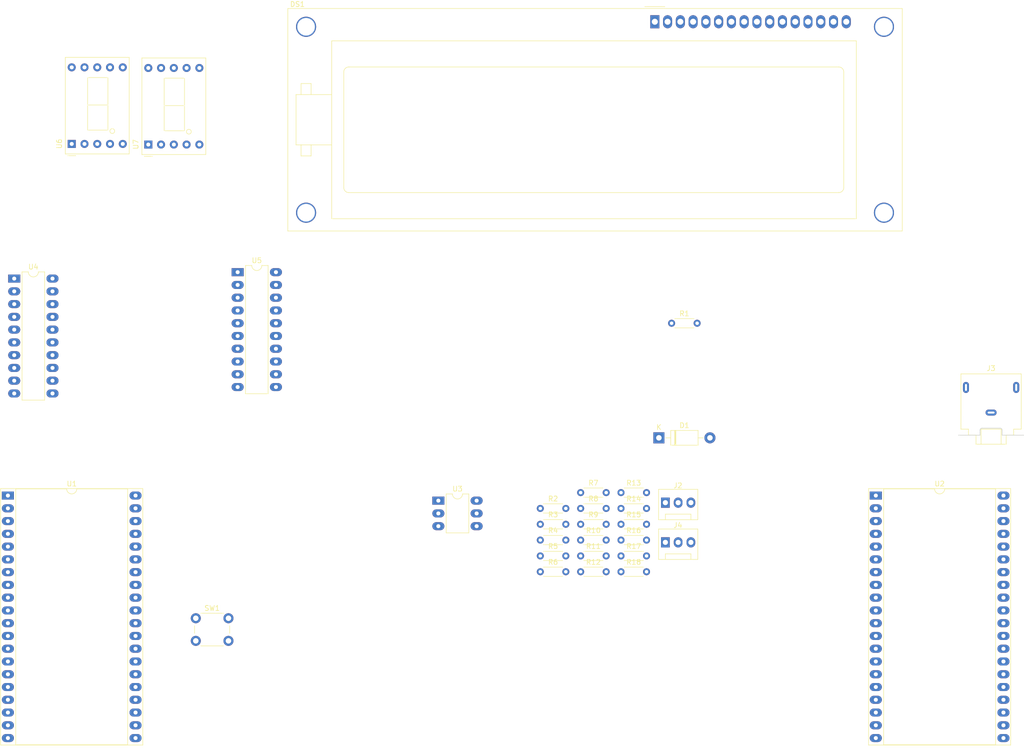
<source format=kicad_pcb>
(kicad_pcb (version 20221018) (generator pcbnew)
  (layers (0 "F.Cu" signal) (31 "B.Cu" signal) (34 "B.Paste" user) (35 "F.Paste" user) (36 "B.SilkS" user "B.Silkscreen") (37 "F.SilkS" user "F.Silkscreen") (38 "B.Mask" user) (39 "F.Mask" user) (44 "Edge.Cuts" user))
  (net 0 "")
  (net 1 "Net-(D1-K)")
  (net 2 "Net-(D1-A)")
  (net 3 "Earth")
  (net 4 "Net-(DS1-LEDA)")
  (net 5 "+3V3")
  (net 6 "Net-(DS1-Vo)")
  (net 7 "Net-(DS1-RS)")
  (net 8 "Net-(DS1-E)")
  (net 9 "/D0")
  (net 10 "/D1")
  (net 11 "/D2")
  (net 12 "/D3")
  (net 13 "/D4")
  (net 14 "/D5")
  (net 15 "/D6")
  (net 16 "/D7")
  (net 17 "/console (TX) 115200 baud 8-N-1")
  (net 18 "/MIDI in (RX) 115200 baud 8-N-1")
  (net 19 "Net-(J2-Pin_3)")
  (net 20 "Net-(U2-AUDIO_L)")
  (net 21 "Net-(U2-AUDIO_R)")
  (net 22 "Net-(J4-Pin_1)")
  (net 23 "Net-(J4-Pin_2)")
  (net 24 "Net-(J4-Pin_3)")
  (net 25 "Net-(J1-Pad4)")
  (net 26 "+5V")
  (net 27 "Net-(U6-A)")
  (net 28 "Net-(U4-O0)")
  (net 29 "Net-(U6-B)")
  (net 30 "Net-(U4-O1)")
  (net 31 "Net-(U6-C)")
  (net 32 "Net-(U4-O2)")
  (net 33 "Net-(U6-D)")
  (net 34 "Net-(U4-O3)")
  (net 35 "Net-(U6-E)")
  (net 36 "Net-(U4-O4)")
  (net 37 "Net-(U6-F)")
  (net 38 "Net-(U4-O5)")
  (net 39 "Net-(U6-G)")
  (net 40 "Net-(U4-O6)")
  (net 41 "Net-(U6-DP)")
  (net 42 "Net-(U4-O7)")
  (net 43 "Net-(U7-A)")
  (net 44 "Net-(U5-O0)")
  (net 45 "Net-(U7-B)")
  (net 46 "Net-(U5-O1)")
  (net 47 "Net-(U7-C)")
  (net 48 "Net-(U5-O2)")
  (net 49 "Net-(U7-D)")
  (net 50 "Net-(U5-O3)")
  (net 51 "Net-(U7-E)")
  (net 52 "Net-(U5-O4)")
  (net 53 "Net-(U7-F)")
  (net 54 "Net-(U5-O5)")
  (net 55 "Net-(U7-G)")
  (net 56 "Net-(U5-O6)")
  (net 57 "Net-(U7-DP)")
  (net 58 "Net-(U5-O7)")
  (net 59 "Net-(U1-GPIO2)")
  (net 60 "Net-(U1-GPIO3)")
  (net 62 "/31250 baud 8-N-1")
  (net 74 "/I2S SD")
  (net 75 "Net-(U1-RUN)")
  (net 76 "/12.568576 MHz")
  (net 77 "/49.096 KHz")
  (net 79 "/1.571072 MHz")
  (net 82 "Net-(U1-VSYS)")
  (net 84 "Net-(U4-Q5)")
  (net 85 "Net-(U4-Q4)")
  (net 86 "Net-(U4-Q2)")
  (net 87 "Net-(U4-Q1)")
  (net 88 "Net-(U4-Q0)")
  (net 89 "Net-(U4-Q6)")
  (net 90 "Net-(U4-Q7)")
  (net 91 "Net-(U4-Q3)")
  (net 92 "Net-(U8-Q5)")
  (net 93 "Net-(U8-Q4)")
  (net 94 "Net-(U8-Q2)")
  (net 95 "Net-(U8-Q1)")
  (net 96 "Net-(U8-Q0)")
  (net 97 "Net-(U8-Q6)")
  (net 98 "Net-(U4-DSA)")
  (net 99 "Net-(U8-Q3)")
  (footprint "Resistor_THT:R_Axial_DIN0204_L3.6mm_D1.6mm_P5.08mm_Horizontal" (layer "F.Cu") (at 193.04 88.9)
    (fp_text reference "R1" (at 2.54 -1.92) (layer "F.SilkS"))
    (fp_text value "220")
    (fp_line (start 0.62 -0.92) (end 4.46 -0.92) (stroke (width 0.12)) (layer "F.SilkS"))
    (fp_line (start 0.62 0.92) (end 4.46 0.92) (stroke (width 0.12)) (layer "F.SilkS"))
    (pad "1" thru_hole circle (at 0 0) (size 1.4 1.4) (drill 0.7) (layers "*.Cu" "*.Mask") (net 1 "Net-(D1-K)"))
    (pad "2" thru_hole oval (at 5.08 0) (size 1.4 1.4) (drill 0.7) (layers "*.Cu" "*.Mask") (net 25 "Net-(J1-Pad4)"))
  )
  (footprint "Resistor_THT:R_Axial_DIN0204_L3.6mm_D1.6mm_P5.08mm_Horizontal" (layer "F.Cu") (at 182.97 125.7575)
    (fp_text reference "R14" (at 2.54 -1.92) (layer "F.SilkS"))
    (fp_text value "330")
    (fp_line (start 0.62 -0.92) (end 4.46 -0.92) (stroke (width 0.12)) (layer "F.SilkS"))
    (fp_line (start 0.62 0.92) (end 4.46 0.92) (stroke (width 0.12)) (layer "F.SilkS"))
    (pad "1" thru_hole circle (at 0 0) (size 1.4 1.4) (drill 0.7) (layers "*.Cu" "*.Mask") (net 49 "Net-(U7-D)"))
    (pad "2" thru_hole oval (at 5.08 0) (size 1.4 1.4) (drill 0.7) (layers "*.Cu" "*.Mask") (net 95 "Net-(U8-Q1)"))
  )
  (footprint "Connector_Audio:Jack_3.5mm_CUI_SJ1-3523N_Horizontal" (layer "F.Cu") (at 256.62 106.68)
    (fp_text reference "J3" (at 0 -8.8) (layer "F.SilkS"))
    (fp_text value "Stereo line out")
    (fp_line (start -6 -7.7) (end 6 -7.7) (stroke (width 0.12)) (layer "F.SilkS"))
    (fp_line (start -6 3.3) (end -6 -7.7) (stroke (width 0.12)) (layer "F.SilkS"))
    (fp_line (start -4.5 3.3) (end -6 3.3) (stroke (width 0.12)) (layer "F.SilkS"))
    (fp_line (start -4.5 4.5) (end -4.5 3.3) (stroke (width 0.12)) (layer "F.SilkS"))
    (fp_line (start -3 4.5) (end -4.5 4.5) (stroke (width 0.12)) (layer "F.SilkS"))
    (fp_line (start -3 6.3) (end -3 4.5) (stroke (width 0.12)) (layer "F.SilkS"))
    (fp_line (start -2 3.3) (end -2 6.3) (stroke (width 0.12)) (layer "F.SilkS"))
    (fp_line (start 2 3.3) (end -2 3.3) (stroke (width 0.12)) (layer "F.SilkS"))
    (fp_line (start 2 6.3) (end 2 3.3) (stroke (width 0.12)) (layer "F.SilkS"))
    (fp_line (start 3 4.5) (end 3 6.3) (stroke (width 0.12)) (layer "F.SilkS"))
    (fp_line (start 3 6.3) (end -3 6.3) (stroke (width 0.12)) (layer "F.SilkS"))
    (fp_line (start 4.5 3.3) (end 4.5 4.5) (stroke (width 0.12)) (layer "F.SilkS"))
    (fp_line (start 4.5 4.5) (end 3 4.5) (stroke (width 0.12)) (layer "F.SilkS"))
    (fp_line (start 6 -7.7) (end 6 3.3) (stroke (width 0.12)) (layer "F.SilkS"))
    (fp_line (start 6 3.3) (end 4.5 3.3) (stroke (width 0.12)) (layer "F.SilkS"))
    (fp_line (start -2.2 3.5) (end -2.2 4.5) (stroke (width 0.12)) (layer "Edge.Cuts"))
    (fp_line (start -2.2 4.5) (end -6.5 4.5) (stroke (width 0.12)) (layer "Edge.Cuts"))
    (fp_line (start 1.8 3.1) (end -1.8 3.1) (stroke (width 0.12)) (layer "Edge.Cuts"))
    (fp_line (start 2.2 3.5) (end 2.2 4.5) (stroke (width 0.12)) (layer "Edge.Cuts"))
    (fp_line (start 2.2 4.5) (end 6.5 4.5) (stroke (width 0.12)) (layer "Edge.Cuts"))
    (fp_arc (start -2.2 3.5) (mid -2.082842 3.217158) (end -1.8 3.1) (stroke (width 0.12)) (layer "Edge.Cuts"))
    (fp_arc (start 1.8 3.1) (mid 2.082843 3.217157) (end 2.2 3.5) (stroke (width 0.12)) (layer "Edge.Cuts"))
    (pad "" np_thru_hole circle (at -5 0) (size 1.2 1.2) (drill 1.2) (layers "*.Cu"))
    (pad "" np_thru_hole circle (at -5 2.5) (size 1.2 1.2) (drill 1.2) (layers "*.Cu"))
    (pad "" np_thru_hole circle (at 0 -5) (size 1.2 1.2) (drill 1.2) (layers "*.Cu"))
    (pad "" np_thru_hole circle (at 5 0) (size 1.2 1.2) (drill 1.2) (layers "*.Cu"))
    (pad "" np_thru_hole circle (at 5 2.5) (size 1.2 1.2) (drill 1.2) (layers "*.Cu"))
    (pad "R" thru_hole oval (at -5 -5) (size 1.2 2.2) (drill oval 0.4 1.4) (layers "*.Cu" "*.Mask"))
    (pad "S" thru_hole oval (at 0 0) (size 2.2 1.2) (drill oval 1.4 0.4) (layers "*.Cu" "*.Mask") (net 20 "Net-(U2-AUDIO_L)"))
    (pad "T" thru_hole oval (at 5 -5 180) (size 1.2 2.2) (drill oval 0.4 1.4) (layers "*.Cu" "*.Mask") (net 21 "Net-(U2-AUDIO_R)"))
  )
  (footprint "Display:HY1602E" (layer "F.Cu") (at 189.7 28.9025)
    (fp_text reference "DS1" (at -71.12 -3.48) (layer "F.SilkS"))
    (fp_text value "HY1602E")
    (fp_line (start -73.04 -2.64) (end -73.04 41.64) (stroke (width 0.12)) (layer "F.SilkS"))
    (fp_line (start -73.04 -2.64) (end 49.24 -2.64) (stroke (width 0.12)) (layer "F.SilkS"))
    (fp_line (start -71.4 14.5) (end -64.3 14.5) (stroke (width 0.12)) (layer "F.SilkS"))
    (fp_line (start -71.4 24.5) (end -71.4 14.5) (stroke (width 0.12)) (layer "F.SilkS"))
    (fp_line (start -70.4 12.3) (end -70.4 14.5) (stroke (width 0.12)) (layer "F.SilkS"))
    (fp_line (start -70.4 26.7) (end -70.4 24.5) (stroke (width 0.12)) (layer "F.SilkS"))
    (fp_line (start -68.4 12.3) (end -70.4 12.3) (stroke (width 0.12)) (layer "F.SilkS"))
    (fp_line (start -68.4 14.5) (end -68.4 12.3) (stroke (width 0.12)) (layer "F.SilkS"))
    (fp_line (start -68.4 24.5) (end -68.4 26.7) (stroke (width 0.12)) (layer "F.SilkS"))
    (fp_line (start -68.4 26.7) (end -70.4 26.7) (stroke (width 0.12)) (layer "F.SilkS"))
    (fp_line (start -64.3 3.8) (end 40.1 3.8) (stroke (width 0.12)) (layer "F.SilkS"))
    (fp_line (start -64.3 24.5) (end -71.4 24.5) (stroke (width 0.12)) (layer "F.SilkS"))
    (fp_line (start -64.3 39.2) (end -64.3 3.8) (stroke (width 0.12)) (layer "F.SilkS"))
    (fp_line (start -61.9 33) (end -61.9 10) (stroke (width 0.12)) (layer "F.SilkS"))
    (fp_line (start -60.9 9) (end 36.6 9) (stroke (width 0.12)) (layer "F.SilkS"))
    (fp_line (start -2 -3) (end 2 -3) (stroke (width 0.12)) (layer "F.SilkS"))
    (fp_line (start 36.6 34) (end -60.9 34) (stroke (width 0.12)) (layer "F.SilkS"))
    (fp_line (start 37.6 10) (end 37.6 33) (stroke (width 0.12)) (layer "F.SilkS"))
    (fp_line (start 40.1 3.8) (end 40.1 39.2) (stroke (width 0.12)) (layer "F.SilkS"))
    (fp_line (start 40.1 39.2) (end -64.3 39.2) (stroke (width 0.12)) (layer "F.SilkS"))
    (fp_line (start 49.24 -2.64) (end 49.24 41.64) (stroke (width 0.12)) (layer "F.SilkS"))
    (fp_line (start 49.24 41.64) (end -73.04 41.64) (stroke (width 0.12)) (layer "F.SilkS"))
    (fp_arc (start -61.9 10) (mid -61.607107 9.292893) (end -60.9 9) (stroke (width 0.12)) (layer "F.SilkS"))
    (fp_arc (start -60.9 34) (mid -61.607107 33.707107) (end -61.9 33) (stroke (width 0.12)) (layer "F.SilkS"))
    (fp_arc (start 36.6 9) (mid 37.307107 9.292893) (end 37.6 10) (stroke (width 0.12)) (layer "F.SilkS"))
    (fp_arc (start 37.6 33) (mid 37.307107 33.707107) (end 36.6 34) (stroke (width 0.12)) (layer "F.SilkS"))
    (pad "" thru_hole circle (at -69.40042 1.00076 180) (size 4 4) (drill 3.5) (layers "*.Cu" "*.Mask"))
    (pad "" thru_hole circle (at -69.40042 38.00094 180) (size 4 4) (drill 3.5) (layers "*.Cu" "*.Mask"))
    (pad "" thru_hole circle (at 45.60062 1.00076 180) (size 4 4) (drill 3.5) (layers "*.Cu" "*.Mask"))
    (pad "" thru_hole circle (at 45.60062 38.00094 180) (size 4 4) (drill 3.5) (layers "*.Cu" "*.Mask"))
    (pad "1" thru_hole rect (at 0 0 180) (size 1.8 2.6) (drill 1.2) (layers "*.Cu" "*.Mask") (net 3 "Earth"))
    (pad "2" thru_hole oval (at 2.54 0 180) (size 1.8 2.6) (drill 1.2) (layers "*.Cu" "*.Mask") (net 26 "+5V"))
    (pad "3" thru_hole oval (at 5.08 0 180) (size 1.8 2.6) (drill 1.2) (layers "*.Cu" "*.Mask") (net 3 "Earth"))
    (pad "4" thru_hole oval (at 7.62 0 180) (size 1.8 2.6) (drill 1.2) (layers "*.Cu" "*.Mask") (net 26 "+5V"))
    (pad "5" thru_hole oval (at 10.16 0 180) (size 1.8 2.6) (drill 1.2) (layers "*.Cu" "*.Mask") (net 6 "Net-(DS1-Vo)"))
    (pad "6" thru_hole oval (at 12.7 0 180) (size 1.8 2.6) (drill 1.2) (layers "*.Cu" "*.Mask") (net 7 "Net-(DS1-RS)"))
    (pad "7" thru_hole oval (at 15.24 0 180) (size 1.8 2.6) (drill 1.2) (layers "*.Cu" "*.Mask") (net 3 "Earth"))
    (pad "8" thru_hole oval (at 17.78 0 180) (size 1.8 2.6) (drill 1.2) (layers "*.Cu" "*.Mask") (net 8 "Net-(DS1-E)"))
    (pad "9" thru_hole oval (at 20.32 0 180) (size 1.8 2.6) (drill 1.2) (layers "*.Cu" "*.Mask") (net 9 "/D0"))
    (pad "10" thru_hole oval (at 22.86 0 180) (size 1.8 2.6) (drill 1.2) (layers "*.Cu" "*.Mask") (net 10 "/D1"))
    (pad "11" thru_hole oval (at 25.4 0 180) (size 1.8 2.6) (drill 1.2) (layers "*.Cu" "*.Mask") (net 11 "/D2"))
    (pad "12" thru_hole oval (at 27.94 0 180) (size 1.8 2.6) (drill 1.2) (layers "*.Cu" "*.Mask") (net 12 "/D3"))
    (pad "13" thru_hole oval (at 30.48 0 180) (size 1.8 2.6) (drill 1.2) (layers "*.Cu" "*.Mask") (net 13 "/D4"))
    (pad "14" thru_hole oval (at 33.02 0 180) (size 1.8 2.6) (drill 1.2) (layers "*.Cu" "*.Mask") (net 14 "/D5"))
    (pad "15" thru_hole oval (at 35.56 0 180) (size 1.8 2.6) (drill 1.2) (layers "*.Cu" "*.Mask") (net 15 "/D6"))
    (pad "16" thru_hole oval (at 38.1 0 180) (size 1.8 2.6) (drill 1.2) (layers "*.Cu" "*.Mask") (net 16 "/D7"))
  )
  (footprint "Connector:FanPinHeader_1x03_P2.54mm_Vertical" (layer "F.Cu") (at 191.8 124.6075)
    (fp_text reference "J2" (at 2.5 -3.4) (layer "F.SilkS"))
    (fp_text value "Debug")
    (fp_line (start -1.35 -2.65) (end 6.45 -2.65) (stroke (width 0.12)) (layer "F.SilkS"))
    (fp_line (start -1.35 3.4) (end -1.35 -2.65) (stroke (width 0.12)) (layer "F.SilkS"))
    (fp_line (start 0 2.29) (end 5.08 2.29) (stroke (width 0.12)) (layer "F.SilkS"))
    (fp_line (start 0 3.3) (end 0 2.29) (stroke (width 0.12)) (layer "F.SilkS"))
    (fp_line (start 5.08 2.29) (end 5.08 3.3) (stroke (width 0.12)) (layer "F.SilkS"))
    (fp_line (start 6.45 -2.65) (end 6.45 3.4) (stroke (width 0.12)) (layer "F.SilkS"))
    (fp_line (start 6.45 3.4) (end -1.35 3.4) (stroke (width 0.12)) (layer "F.SilkS"))
    (pad "1" thru_hole rect (at 0 0 90) (size 2.03 1.73) (drill 1.02) (layers "*.Cu" "*.Mask") (net 17 "/console (TX) 115200 baud 8-N-1"))
    (pad "2" thru_hole oval (at 2.54 0 90) (size 2.03 1.73) (drill 1.02) (layers "*.Cu" "*.Mask") (net 18 "/MIDI in (RX) 115200 baud 8-N-1"))
    (pad "3" thru_hole oval (at 5.08 0 90) (size 2.03 1.73) (drill 1.02) (layers "*.Cu" "*.Mask") (net 19 "Net-(J2-Pin_3)"))
  )
  (footprint "Resistor_THT:R_Axial_DIN0204_L3.6mm_D1.6mm_P5.08mm_Horizontal" (layer "F.Cu") (at 182.97 132.0575)
    (fp_text reference "R16" (at 2.54 -1.92) (layer "F.SilkS"))
    (fp_text value "330")
    (fp_line (start 0.62 -0.92) (end 4.46 -0.92) (stroke (width 0.12)) (layer "F.SilkS"))
    (fp_line (start 0.62 0.92) (end 4.46 0.92) (stroke (width 0.12)) (layer "F.SilkS"))
    (pad "1" thru_hole circle (at 0 0) (size 1.4 1.4) (drill 0.7) (layers "*.Cu" "*.Mask") (net 53 "Net-(U7-F)"))
    (pad "2" thru_hole oval (at 5.08 0) (size 1.4 1.4) (drill 0.7) (layers "*.Cu" "*.Mask") (net 97 "Net-(U8-Q6)"))
  )
  (footprint "Package_DIP:DIP-20_W7.62mm_LongPads" (layer "F.Cu") (at 106.68 78.74)
    (fp_text reference "U5" (at 3.81 -2.33) (layer "F.SilkS"))
    (fp_text value "74HCT374")
    (fp_line (start 1.56 -1.33) (end 1.56 24.19) (stroke (width 0.12)) (layer "F.SilkS"))
    (fp_line (start 1.56 24.19) (end 6.06 24.19) (stroke (width 0.12)) (layer "F.SilkS"))
    (fp_line (start 2.81 -1.33) (end 1.56 -1.33) (stroke (width 0.12)) (layer "F.SilkS"))
    (fp_line (start 6.06 -1.33) (end 4.81 -1.33) (stroke (width 0.12)) (layer "F.SilkS"))
    (fp_line (start 6.06 24.19) (end 6.06 -1.33) (stroke (width 0.12)) (layer "F.SilkS"))
    (fp_arc (start 4.81 -1.33) (mid 3.81 -0.33) (end 2.81 -1.33) (stroke (width 0.12)) (layer "F.SilkS"))
    (pad "1" thru_hole rect (at 0 0) (size 2.4 1.6) (drill 0.8) (layers "*.Cu" "*.Mask") (net 3 "Earth"))
    (pad "2" thru_hole oval (at 0 2.54) (size 2.4 1.6) (drill 0.8) (layers "*.Cu" "*.Mask") (net 44 "Net-(U5-O0)"))
    (pad "3" thru_hole oval (at 0 5.08) (size 2.4 1.6) (drill 0.8) (layers "*.Cu" "*.Mask") (net 9 "/D0"))
    (pad "4" thru_hole oval (at 0 7.62) (size 2.4 1.6) (drill 0.8) (layers "*.Cu" "*.Mask") (net 10 "/D1"))
    (pad "5" thru_hole oval (at 0 10.16) (size 2.4 1.6) (drill 0.8) (layers "*.Cu" "*.Mask") (net 46 "Net-(U5-O1)"))
    (pad "6" thru_hole oval (at 0 12.7) (size 2.4 1.6) (drill 0.8) (layers "*.Cu" "*.Mask") (net 48 "Net-(U5-O2)"))
    (pad "7" thru_hole oval (at 0 15.24) (size 2.4 1.6) (drill 0.8) (layers "*.Cu" "*.Mask") (net 11 "/D2"))
    (pad "8" thru_hole oval (at 0 17.78) (size 2.4 1.6) (drill 0.8) (layers "*.Cu" "*.Mask") (net 12 "/D3"))
    (pad "9" thru_hole oval (at 0 20.32) (size 2.4 1.6) (drill 0.8) (layers "*.Cu" "*.Mask") (net 50 "Net-(U5-O3)"))
    (pad "10" thru_hole oval (at 0 22.86) (size 2.4 1.6) (drill 0.8) (layers "*.Cu" "*.Mask") (net 3 "Earth"))
    (pad "11" thru_hole oval (at 7.62 22.86) (size 2.4 1.6) (drill 0.8) (layers "*.Cu" "*.Mask") (net 59 "Net-(U1-GPIO2)"))
    (pad "12" thru_hole oval (at 7.62 20.32) (size 2.4 1.6) (drill 0.8) (layers "*.Cu" "*.Mask") (net 52 "Net-(U5-O4)"))
    (pad "13" thru_hole oval (at 7.62 17.78) (size 2.4 1.6) (drill 0.8) (layers "*.Cu" "*.Mask") (net 13 "/D4"))
    (pad "14" thru_hole oval (at 7.62 15.24) (size 2.4 1.6) (drill 0.8) (layers "*.Cu" "*.Mask") (net 14 "/D5"))
    (pad "15" thru_hole oval (at 7.62 12.7) (size 2.4 1.6) (drill 0.8) (layers "*.Cu" "*.Mask") (net 54 "Net-(U5-O5)"))
    (pad "16" thru_hole oval (at 7.62 10.16) (size 2.4 1.6) (drill 0.8) (layers "*.Cu" "*.Mask") (net 56 "Net-(U5-O6)"))
    (pad "17" thru_hole oval (at 7.62 7.62) (size 2.4 1.6) (drill 0.8) (layers "*.Cu" "*.Mask") (net 15 "/D6"))
    (pad "18" thru_hole oval (at 7.62 5.08) (size 2.4 1.6) (drill 0.8) (layers "*.Cu" "*.Mask") (net 16 "/D7"))
    (pad "19" thru_hole oval (at 7.62 2.54) (size 2.4 1.6) (drill 0.8) (layers "*.Cu" "*.Mask") (net 58 "Net-(U5-O7)"))
    (pad "20" thru_hole oval (at 7.62 0) (size 2.4 1.6) (drill 0.8) (layers "*.Cu" "*.Mask") (net 5 "+3V3"))
  )
  (footprint "Package_DIP:DIP-40_W25.4mm_Socket_LongPads" (layer "F.Cu") (at 60.96 123.195)
    (fp_text reference "U1" (at 12.7 -2.33) (layer "F.SilkS"))
    (fp_text value "MCU arm Cortex-M0x2")
    (fp_line (start -1.44 -1.39) (end -1.44 49.65) (stroke (width 0.12)) (layer "F.SilkS"))
    (fp_line (start -1.44 49.65) (end 26.84 49.65) (stroke (width 0.12)) (layer "F.SilkS"))
    (fp_line (start 1.56 -1.33) (end 1.56 49.59) (stroke (width 0.12)) (layer "F.SilkS"))
    (fp_line (start 1.56 49.59) (end 23.84 49.59) (stroke (width 0.12)) (layer "F.SilkS"))
    (fp_line (start 11.7 -1.33) (end 1.56 -1.33) (stroke (width 0.12)) (layer "F.SilkS"))
    (fp_line (start 23.84 -1.33) (end 13.7 -1.33) (stroke (width 0.12)) (layer "F.SilkS"))
    (fp_line (start 23.84 49.59) (end 23.84 -1.33) (stroke (width 0.12)) (layer "F.SilkS"))
    (fp_line (start 26.84 -1.39) (end -1.44 -1.39) (stroke (width 0.12)) (layer "F.SilkS"))
    (fp_line (start 26.84 49.65) (end 26.84 -1.39) (stroke (width 0.12)) (layer "F.SilkS"))
    (fp_arc (start 13.7 -1.33) (mid 12.7 -0.33) (end 11.7 -1.33) (stroke (width 0.12)) (layer "F.SilkS"))
    (pad "1" thru_hole rect (at 0 0) (size 2.4 1.6) (drill 0.8) (layers "*.Cu" "*.Mask") (net 17 "/console (TX) 115200 baud 8-N-1"))
    (pad "2" thru_hole oval (at 0 2.54) (size 2.4 1.6) (drill 0.8) (layers "*.Cu" "*.Mask") (net 18 "/MIDI in (RX) 115200 baud 8-N-1"))
    (pad "3" thru_hole oval (at 0 5.08) (size 2.4 1.6) (drill 0.8) (layers "*.Cu" "*.Mask") (net 19 "Net-(J2-Pin_3)"))
    (pad "4" thru_hole oval (at 0 7.62) (size 2.4 1.6) (drill 0.8) (layers "*.Cu" "*.Mask") (net 59 "Net-(U1-GPIO2)"))
    (pad "5" thru_hole oval (at 0 10.16) (size 2.4 1.6) (drill 0.8) (layers "*.Cu" "*.Mask") (net 60 "Net-(U1-GPIO3)"))
    (pad "6" thru_hole oval (at 0 12.7) (size 2.4 1.6) (drill 0.8) (layers "*.Cu" "*.Mask"))
    (pad "7" thru_hole oval (at 0 15.24) (size 2.4 1.6) (drill 0.8) (layers "*.Cu" "*.Mask") (net 62 "/31250 baud 8-N-1"))
    (pad "8" thru_hole oval (at 0 17.78) (size 2.4 1.6) (drill 0.8) (layers "*.Cu" "*.Mask"))
    (pad "9" thru_hole oval (at 0 20.32) (size 2.4 1.6) (drill 0.8) (layers "*.Cu" "*.Mask") (net 9 "/D0"))
    (pad "10" thru_hole oval (at 0 22.86) (size 2.4 1.6) (drill 0.8) (layers "*.Cu" "*.Mask") (net 10 "/D1"))
    (pad "11" thru_hole oval (at 0 25.4) (size 2.4 1.6) (drill 0.8) (layers "*.Cu" "*.Mask") (net 11 "/D2"))
    (pad "12" thru_hole oval (at 0 27.94) (size 2.4 1.6) (drill 0.8) (layers "*.Cu" "*.Mask") (net 12 "/D3"))
    (pad "13" thru_hole oval (at 0 30.48) (size 2.4 1.6) (drill 0.8) (layers "*.Cu" "*.Mask"))
    (pad "14" thru_hole oval (at 0 33.02) (size 2.4 1.6) (drill 0.8) (layers "*.Cu" "*.Mask") (net 13 "/D4"))
    (pad "15" thru_hole oval (at 0 35.56) (size 2.4 1.6) (drill 0.8) (layers "*.Cu" "*.Mask") (net 14 "/D5"))
    (pad "16" thru_hole oval (at 0 38.1) (size 2.4 1.6) (drill 0.8) (layers "*.Cu" "*.Mask") (net 15 "/D6"))
    (pad "17" thru_hole oval (at 0 40.64) (size 2.4 1.6) (drill 0.8) (layers "*.Cu" "*.Mask") (net 16 "/D7"))
    (pad "18" thru_hole oval (at 0 43.18) (size 2.4 1.6) (drill 0.8) (layers "*.Cu" "*.Mask"))
    (pad "19" thru_hole oval (at 0 45.72) (size 2.4 1.6) (drill 0.8) (layers "*.Cu" "*.Mask") (net 7 "Net-(DS1-RS)"))
    (pad "20" thru_hole oval (at 0 48.26) (size 2.4 1.6) (drill 0.8) (layers "*.Cu" "*.Mask") (net 8 "Net-(DS1-E)"))
    (pad "21" thru_hole oval (at 25.4 48.26) (size 2.4 1.6) (drill 0.8) (layers "*.Cu" "*.Mask"))
    (pad "22" thru_hole oval (at 25.4 45.72) (size 2.4 1.6) (drill 0.8) (layers "*.Cu" "*.Mask"))
    (pad "23" thru_hole oval (at 25.4 43.18) (size 2.4 1.6) (drill 0.8) (layers "*.Cu" "*.Mask"))
    (pad "24" thru_hole oval (at 25.4 40.64) (size 2.4 1.6) (drill 0.8) (layers "*.Cu" "*.Mask"))
    (pad "25" thru_hole oval (at 25.4 38.1) (size 2.4 1.6) (drill 0.8) (layers "*.Cu" "*.Mask"))
    (pad "26" thru_hole oval (at 25.4 35.56) (size 2.4 1.6) (drill 0.8) (layers "*.Cu" "*.Mask"))
    (pad "27" thru_hole oval (at 25.4 33.02) (size 2.4 1.6) (drill 0.8) (layers "*.Cu" "*.Mask"))
    (pad "28" thru_hole oval (at 25.4 30.48) (size 2.4 1.6) (drill 0.8) (layers "*.Cu" "*.Mask"))
    (pad "29" thru_hole oval (at 25.4 27.94) (size 2.4 1.6) (drill 0.8) (layers "*.Cu" "*.Mask") (net 74 "/I2S SD"))
    (pad "30" thru_hole oval (at 25.4 25.4) (size 2.4 1.6) (drill 0.8) (layers "*.Cu" "*.Mask") (net 75 "Net-(U1-RUN)"))
    (pad "31" thru_hole oval (at 25.4 22.86) (size 2.4 1.6) (drill 0.8) (layers "*.Cu" "*.Mask") (net 76 "/12.568576 MHz"))
    (pad "32" thru_hole oval (at 25.4 20.32) (size 2.4 1.6) (drill 0.8) (layers "*.Cu" "*.Mask") (net 77 "/49.096 KHz"))
    (pad "33" thru_hole oval (at 25.4 17.78) (size 2.4 1.6) (drill 0.8) (layers "*.Cu" "*.Mask"))
    (pad "34" thru_hole oval (at 25.4 15.24) (size 2.4 1.6) (drill 0.8) (layers "*.Cu" "*.Mask") (net 79 "/1.571072 MHz"))
    (pad "35" thru_hole oval (at 25.4 12.7) (size 2.4 1.6) (drill 0.8) (layers "*.Cu" "*.Mask"))
    (pad "36" thru_hole oval (at 25.4 10.16) (size 2.4 1.6) (drill 0.8) (layers "*.Cu" "*.Mask") (net 5 "+3V3"))
    (pad "37" thru_hole oval (at 25.4 7.62) (size 2.4 1.6) (drill 0.8) (layers "*.Cu" "*.Mask"))
    (pad "38" thru_hole oval (at 25.4 5.08) (size 2.4 1.6) (drill 0.8) (layers "*.Cu" "*.Mask") (net 3 "Earth"))
    (pad "39" thru_hole oval (at 25.4 2.54) (size 2.4 1.6) (drill 0.8) (layers "*.Cu" "*.Mask") (net 82 "Net-(U1-VSYS)"))
    (pad "40" thru_hole oval (at 25.4 0) (size 2.4 1.6) (drill 0.8) (layers "*.Cu" "*.Mask") (net 26 "+5V"))
  )
  (footprint "Resistor_THT:R_Axial_DIN0204_L3.6mm_D1.6mm_P5.08mm_Horizontal" (layer "F.Cu") (at 182.97 138.3575)
    (fp_text reference "R18" (at 2.54 -1.92) (layer "F.SilkS"))
    (fp_text value "330")
    (fp_line (start 0.62 -0.92) (end 4.46 -0.92) (stroke (width 0.12)) (layer "F.SilkS"))
    (fp_line (start 0.62 0.92) (end 4.46 0.92) (stroke (width 0.12)) (layer "F.SilkS"))
    (pad "1" thru_hole circle (at 0 0) (size 1.4 1.4) (drill 0.7) (layers "*.Cu" "*.Mask") (net 57 "Net-(U7-DP)"))
    (pad "2" thru_hole oval (at 5.08 0) (size 1.4 1.4) (drill 0.7) (layers "*.Cu" "*.Mask") (net 99 "Net-(U8-Q3)"))
  )
  (footprint "Resistor_THT:R_Axial_DIN0204_L3.6mm_D1.6mm_P5.08mm_Horizontal" (layer "F.Cu") (at 174.94 138.3575)
    (fp_text reference "R12" (at 2.54 -1.92) (layer "F.SilkS"))
    (fp_text value "330")
    (fp_line (start 0.62 -0.92) (end 4.46 -0.92) (stroke (width 0.12)) (layer "F.SilkS"))
    (fp_line (start 0.62 0.92) (end 4.46 0.92) (stroke (width 0.12)) (layer "F.SilkS"))
    (pad "1" thru_hole circle (at 0 0) (size 1.4 1.4) (drill 0.7) (layers "*.Cu" "*.Mask") (net 45 "Net-(U7-B)"))
    (pad "2" thru_hole oval (at 5.08 0) (size 1.4 1.4) (drill 0.7) (layers "*.Cu" "*.Mask") (net 93 "Net-(U8-Q4)"))
  )
  (footprint "Resistor_THT:R_Axial_DIN0204_L3.6mm_D1.6mm_P5.08mm_Horizontal" (layer "F.Cu") (at 174.94 128.9075)
    (fp_text reference "R9" (at 2.54 -1.92) (layer "F.SilkS"))
    (fp_text value "330")
    (fp_line (start 0.62 -0.92) (end 4.46 -0.92) (stroke (width 0.12)) (layer "F.SilkS"))
    (fp_line (start 0.62 0.92) (end 4.46 0.92) (stroke (width 0.12)) (layer "F.SilkS"))
    (pad "1" thru_hole circle (at 0 0) (size 1.4 1.4) (drill 0.7) (layers "*.Cu" "*.Mask") (net 39 "Net-(U6-G)"))
    (pad "2" thru_hole oval (at 5.08 0) (size 1.4 1.4) (drill 0.7) (layers "*.Cu" "*.Mask") (net 90 "Net-(U4-Q7)"))
  )
  (footprint "Resistor_THT:R_Axial_DIN0204_L3.6mm_D1.6mm_P5.08mm_Horizontal" (layer "F.Cu") (at 174.94 125.7575)
    (fp_text reference "R8" (at 2.54 -1.92) (layer "F.SilkS"))
    (fp_text value "330")
    (fp_line (start 0.62 -0.92) (end 4.46 -0.92) (stroke (width 0.12)) (layer "F.SilkS"))
    (fp_line (start 0.62 0.92) (end 4.46 0.92) (stroke (width 0.12)) (layer "F.SilkS"))
    (pad "1" thru_hole circle (at 0 0) (size 1.4 1.4) (drill 0.7) (layers "*.Cu" "*.Mask") (net 37 "Net-(U6-F)"))
    (pad "2" thru_hole oval (at 5.08 0) (size 1.4 1.4) (drill 0.7) (layers "*.Cu" "*.Mask") (net 89 "Net-(U4-Q6)"))
  )
  (footprint "Package_DIP:DIP-40_W25.4mm_Socket_LongPads" (layer "F.Cu") (at 233.68 123.195)
    (fp_text reference "U2" (at 12.7 -2.33) (layer "F.SilkS"))
    (fp_text value "I2S DAC")
    (fp_line (start -1.44 -1.39) (end -1.44 49.65) (stroke (width 0.12)) (layer "F.SilkS"))
    (fp_line (start -1.44 49.65) (end 26.84 49.65) (stroke (width 0.12)) (layer "F.SilkS"))
    (fp_line (start 1.56 -1.33) (end 1.56 49.59) (stroke (width 0.12)) (layer "F.SilkS"))
    (fp_line (start 1.56 49.59) (end 23.84 49.59) (stroke (width 0.12)) (layer "F.SilkS"))
    (fp_line (start 11.7 -1.33) (end 1.56 -1.33) (stroke (width 0.12)) (layer "F.SilkS"))
    (fp_line (start 23.84 -1.33) (end 13.7 -1.33) (stroke (width 0.12)) (layer "F.SilkS"))
    (fp_line (start 23.84 49.59) (end 23.84 -1.33) (stroke (width 0.12)) (layer "F.SilkS"))
    (fp_line (start 26.84 -1.39) (end -1.44 -1.39) (stroke (width 0.12)) (layer "F.SilkS"))
    (fp_line (start 26.84 49.65) (end 26.84 -1.39) (stroke (width 0.12)) (layer "F.SilkS"))
    (fp_arc (start 13.7 -1.33) (mid 12.7 -0.33) (end 11.7 -1.33) (stroke (width 0.12)) (layer "F.SilkS"))
    (pad "1" thru_hole rect (at 0 0) (size 2.4 1.6) (drill 0.8) (layers "*.Cu" "*.Mask"))
    (pad "2" thru_hole oval (at 0 2.54) (size 2.4 1.6) (drill 0.8) (layers "*.Cu" "*.Mask"))
    (pad "3" thru_hole oval (at 0 5.08) (size 2.4 1.6) (drill 0.8) (layers "*.Cu" "*.Mask") (net 3 "Earth"))
    (pad "4" thru_hole oval (at 0 7.62) (size 2.4 1.6) (drill 0.8) (layers "*.Cu" "*.Mask"))
    (pad "5" thru_hole oval (at 0 10.16) (size 2.4 1.6) (drill 0.8) (layers "*.Cu" "*.Mask"))
    (pad "6" thru_hole oval (at 0 12.7) (size 2.4 1.6) (drill 0.8) (layers "*.Cu" "*.Mask"))
    (pad "7" thru_hole oval (at 0 15.24) (size 2.4 1.6) (drill 0.8) (layers "*.Cu" "*.Mask"))
    (pad "8" thru_hole oval (at 0 17.78) (size 2.4 1.6) (drill 0.8) (layers "*.Cu" "*.Mask") (net 3 "Earth"))
    (pad "9" thru_hole oval (at 0 20.32) (size 2.4 1.6) (drill 0.8) (layers "*.Cu" "*.Mask"))
    (pad "10" thru_hole oval (at 0 22.86) (size 2.4 1.6) (drill 0.8) (layers "*.Cu" "*.Mask"))
    (pad "11" thru_hole oval (at 0 25.4) (size 2.4 1.6) (drill 0.8) (layers "*.Cu" "*.Mask"))
    (pad "12" thru_hole oval (at 0 27.94) (size 2.4 1.6) (drill 0.8) (layers "*.Cu" "*.Mask"))
    (pad "13" thru_hole oval (at 0 30.48) (size 2.4 1.6) (drill 0.8) (layers "*.Cu" "*.Mask") (net 3 "Earth"))
    (pad "14" thru_hole oval (at 0 33.02) (size 2.4 1.6) (drill 0.8) (layers "*.Cu" "*.Mask"))
    (pad "15" thru_hole oval (at 0 35.56) (size 2.4 1.6) (drill 0.8) (layers "*.Cu" "*.Mask"))
    (pad "16" thru_hole oval (at 0 38.1) (size 2.4 1.6) (drill 0.8) (layers "*.Cu" "*.Mask"))
    (pad "17" thru_hole oval (at 0 40.64) (size 2.4 1.6) (drill 0.8) (layers "*.Cu" "*.Mask"))
    (pad "18" thru_hole oval (at 0 43.18) (size 2.4 1.6) (drill 0.8) (layers "*.Cu" "*.Mask") (net 3 "Earth"))
    (pad "19" thru_hole oval (at 0 45.72) (size 2.4 1.6) (drill 0.8) (layers "*.Cu" "*.Mask"))
    (pad "20" thru_hole oval (at 0 48.26) (size 2.4 1.6) (drill 0.8) (layers "*.Cu" "*.Mask"))
    (pad "21" thru_hole oval (at 25.4 48.26) (size 2.4 1.6) (drill 0.8) (layers "*.Cu" "*.Mask"))
    (pad "22" thru_hole oval (at 25.4 45.72) (size 2.4 1.6) (drill 0.8) (layers "*.Cu" "*.Mask"))
    (pad "23" thru_hole oval (at 25.4 43.18) (size 2.4 1.6) (drill 0.8) (layers "*.Cu" "*.Mask") (net 3 "Earth"))
    (pad "24" thru_hole oval (at 25.4 40.64) (size 2.4 1.6) (drill 0.8) (layers "*.Cu" "*.Mask"))
    (pad "25" thru_hole oval (at 25.4 38.1) (size 2.4 1.6) (drill 0.8) (layers "*.Cu" "*.Mask"))
    (pad "26" thru_hole oval (at 25.4 35.56) (size 2.4 1.6) (drill 0.8) (layers "*.Cu" "*.Mask"))
    (pad "27" thru_hole oval (at 25.4 33.02) (size 2.4 1.6) (drill 0.8) (layers "*.Cu" "*.Mask"))
    (pad "28" thru_hole oval (at 25.4 30.48) (size 2.4 1.6) (drill 0.8) (layers "*.Cu" "*.Mask") (net 3 "Earth"))
    (pad "29" thru_hole oval (at 25.4 27.94) (size 2.4 1.6) (drill 0.8) (layers "*.Cu" "*.Mask") (net 74 "/I2S SD"))
    (pad "30" thru_hole oval (at 25.4 25.4) (size 2.4 1.6) (drill 0.8) (layers "*.Cu" "*.Mask"))
    (pad "31" thru_hole oval (at 25.4 22.86) (size 2.4 1.6) (drill 0.8) (layers "*.Cu" "*.Mask") (net 76 "/12.568576 MHz"))
    (pad "32" thru_hole oval (at 25.4 20.32) (size 2.4 1.6) (drill 0.8) (layers "*.Cu" "*.Mask") (net 77 "/49.096 KHz"))
    (pad "33" thru_hole oval (at 25.4 17.78) (size 2.4 1.6) (drill 0.8) (layers "*.Cu" "*.Mask") (net 3 "Earth"))
    (pad "34" thru_hole oval (at 25.4 15.24) (size 2.4 1.6) (drill 0.8) (layers "*.Cu" "*.Mask") (net 79 "/1.571072 MHz"))
    (pad "35" thru_hole oval (at 25.4 12.7) (size 2.4 1.6) (drill 0.8) (layers "*.Cu" "*.Mask"))
    (pad "36" thru_hole oval (at 25.4 10.16) (size 2.4 1.6) (drill 0.8) (layers "*.Cu" "*.Mask"))
    (pad "37" thru_hole oval (at 25.4 7.62) (size 2.4 1.6) (drill 0.8) (layers "*.Cu" "*.Mask"))
    (pad "38" thru_hole oval (at 25.4 5.08) (size 2.4 1.6) (drill 0.8) (layers "*.Cu" "*.Mask") (net 3 "Earth"))
    (pad "39" thru_hole oval (at 25.4 2.54) (size 2.4 1.6) (drill 0.8) (layers "*.Cu" "*.Mask") (net 82 "Net-(U1-VSYS)"))
    (pad "40" thru_hole oval (at 25.4 0) (size 2.4 1.6) (drill 0.8) (layers "*.Cu" "*.Mask"))
  )
  (footprint "Resistor_THT:R_Axial_DIN0204_L3.6mm_D1.6mm_P5.08mm_Horizontal" (layer "F.Cu") (at 182.97 135.2075)
    (fp_text reference "R17" (at 2.54 -1.92) (layer "F.SilkS"))
    (fp_text value "330")
    (fp_line (start 0.62 -0.92) (end 4.46 -0.92) (stroke (width 0.12)) (layer "F.SilkS"))
    (fp_line (start 0.62 0.92) (end 4.46 0.92) (stroke (width 0.12)) (layer "F.SilkS"))
    (pad "1" thru_hole circle (at 0 0) (size 1.4 1.4) (drill 0.7) (layers "*.Cu" "*.Mask") (net 55 "Net-(U7-G)"))
    (pad "2" thru_hole oval (at 5.08 0) (size 1.4 1.4) (drill 0.7) (layers "*.Cu" "*.Mask") (net 98 "Net-(U4-DSA)"))
  )
  (footprint "Resistor_THT:R_Axial_DIN0204_L3.6mm_D1.6mm_P5.08mm_Horizontal" (layer "F.Cu") (at 174.94 135.2075)
    (fp_text reference "R11" (at 2.54 -1.92) (layer "F.SilkS"))
    (fp_text value "330")
    (fp_line (start 0.62 -0.92) (end 4.46 -0.92) (stroke (width 0.12)) (layer "F.SilkS"))
    (fp_line (start 0.62 0.92) (end 4.46 0.92) (stroke (width 0.12)) (layer "F.SilkS"))
    (pad "1" thru_hole circle (at 0 0) (size 1.4 1.4) (drill 0.7) (layers "*.Cu" "*.Mask") (net 43 "Net-(U7-A)"))
    (pad "2" thru_hole oval (at 5.08 0) (size 1.4 1.4) (drill 0.7) (layers "*.Cu" "*.Mask") (net 92 "Net-(U8-Q5)"))
  )
  (footprint "Package_DIP:DIP-6_W7.62mm_LongPads" (layer "F.Cu") (at 146.62 124.2075)
    (fp_text reference "U3" (at 3.81 -2.33) (layer "F.SilkS"))
    (fp_text value "H11L1")
    (fp_line (start 1.56 -1.33) (end 1.56 6.41) (stroke (width 0.12)) (layer "F.SilkS"))
    (fp_line (start 1.56 6.41) (end 6.06 6.41) (stroke (width 0.12)) (layer "F.SilkS"))
    (fp_line (start 2.81 -1.33) (end 1.56 -1.33) (stroke (width 0.12)) (layer "F.SilkS"))
    (fp_line (start 6.06 -1.33) (end 4.81 -1.33) (stroke (width 0.12)) (layer "F.SilkS"))
    (fp_line (start 6.06 6.41) (end 6.06 -1.33) (stroke (width 0.12)) (layer "F.SilkS"))
    (fp_arc (start 4.81 -1.33) (mid 3.81 -0.33) (end 2.81 -1.33) (stroke (width 0.12)) (layer "F.SilkS"))
    (pad "1" thru_hole rect (at 0 0) (size 2.4 1.6) (drill 0.8) (layers "*.Cu" "*.Mask") (net 1 "Net-(D1-K)"))
    (pad "2" thru_hole oval (at 0 2.54) (size 2.4 1.6) (drill 0.8) (layers "*.Cu" "*.Mask") (net 2 "Net-(D1-A)"))
    (pad "3" thru_hole oval (at 0 5.08) (size 2.4 1.6) (drill 0.8) (layers "*.Cu" "*.Mask"))
    (pad "4" thru_hole oval (at 7.62 5.08) (size 2.4 1.6) (drill 0.8) (layers "*.Cu" "*.Mask") (net 62 "/31250 baud 8-N-1"))
    (pad "5" thru_hole oval (at 7.62 2.54) (size 2.4 1.6) (drill 0.8) (layers "*.Cu" "*.Mask") (net 3 "Earth"))
    (pad "6" thru_hole oval (at 7.62 0) (size 2.4 1.6) (drill 0.8) (layers "*.Cu" "*.Mask") (net 5 "+3V3"))
  )
  (footprint "Resistor_THT:R_Axial_DIN0204_L3.6mm_D1.6mm_P5.08mm_Horizontal" (layer "F.Cu") (at 166.91 128.9075)
    (fp_text reference "R3" (at 2.54 -1.92) (layer "F.SilkS"))
    (fp_text value "330")
    (fp_line (start 0.62 -0.92) (end 4.46 -0.92) (stroke (width 0.12)) (layer "F.SilkS"))
    (fp_line (start 0.62 0.92) (end 4.46 0.92) (stroke (width 0.12)) (layer "F.SilkS"))
    (pad "1" thru_hole circle (at 0 0) (size 1.4 1.4) (drill 0.7) (layers "*.Cu" "*.Mask") (net 27 "Net-(U6-A)"))
    (pad "2" thru_hole oval (at 5.08 0) (size 1.4 1.4) (drill 0.7) (layers "*.Cu" "*.Mask") (net 84 "Net-(U4-Q5)"))
  )
  (footprint "Package_DIP:DIP-20_W7.62mm_LongPads" (layer "F.Cu") (at 62.215 80.015)
    (fp_text reference "U4" (at 3.81 -2.33) (layer "F.SilkS"))
    (fp_text value "74HCT374")
    (fp_line (start 1.56 -1.33) (end 1.56 24.19) (stroke (width 0.12)) (layer "F.SilkS"))
    (fp_line (start 1.56 24.19) (end 6.06 24.19) (stroke (width 0.12)) (layer "F.SilkS"))
    (fp_line (start 2.81 -1.33) (end 1.56 -1.33) (stroke (width 0.12)) (layer "F.SilkS"))
    (fp_line (start 6.06 -1.33) (end 4.81 -1.33) (stroke (width 0.12)) (layer "F.SilkS"))
    (fp_line (start 6.06 24.19) (end 6.06 -1.33) (stroke (width 0.12)) (layer "F.SilkS"))
    (fp_arc (start 4.81 -1.33) (mid 3.81 -0.33) (end 2.81 -1.33) (stroke (width 0.12)) (layer "F.SilkS"))
    (pad "1" thru_hole rect (at 0 0) (size 2.4 1.6) (drill 0.8) (layers "*.Cu" "*.Mask") (net 3 "Earth"))
    (pad "2" thru_hole oval (at 0 2.54) (size 2.4 1.6) (drill 0.8) (layers "*.Cu" "*.Mask") (net 28 "Net-(U4-O0)"))
    (pad "3" thru_hole oval (at 0 5.08) (size 2.4 1.6) (drill 0.8) (layers "*.Cu" "*.Mask") (net 9 "/D0"))
    (pad "4" thru_hole oval (at 0 7.62) (size 2.4 1.6) (drill 0.8) (layers "*.Cu" "*.Mask") (net 10 "/D1"))
    (pad "5" thru_hole oval (at 0 10.16) (size 2.4 1.6) (drill 0.8) (layers "*.Cu" "*.Mask") (net 30 "Net-(U4-O1)"))
    (pad "6" thru_hole oval (at 0 12.7) (size 2.4 1.6) (drill 0.8) (layers "*.Cu" "*.Mask") (net 32 "Net-(U4-O2)"))
    (pad "7" thru_hole oval (at 0 15.24) (size 2.4 1.6) (drill 0.8) (layers "*.Cu" "*.Mask") (net 11 "/D2"))
    (pad "8" thru_hole oval (at 0 17.78) (size 2.4 1.6) (drill 0.8) (layers "*.Cu" "*.Mask") (net 12 "/D3"))
    (pad "9" thru_hole oval (at 0 20.32) (size 2.4 1.6) (drill 0.8) (layers "*.Cu" "*.Mask") (net 34 "Net-(U4-O3)"))
    (pad "10" thru_hole oval (at 0 22.86) (size 2.4 1.6) (drill 0.8) (layers "*.Cu" "*.Mask") (net 3 "Earth"))
    (pad "11" thru_hole oval (at 7.62 22.86) (size 2.4 1.6) (drill 0.8) (layers "*.Cu" "*.Mask") (net 60 "Net-(U1-GPIO3)"))
    (pad "12" thru_hole oval (at 7.62 20.32) (size 2.4 1.6) (drill 0.8) (layers "*.Cu" "*.Mask") (net 36 "Net-(U4-O4)"))
    (pad "13" thru_hole oval (at 7.62 17.78) (size 2.4 1.6) (drill 0.8) (layers "*.Cu" "*.Mask") (net 13 "/D4"))
    (pad "14" thru_hole oval (at 7.62 15.24) (size 2.4 1.6) (drill 0.8) (layers "*.Cu" "*.Mask") (net 14 "/D5"))
    (pad "15" thru_hole oval (at 7.62 12.7) (size 2.4 1.6) (drill 0.8) (layers "*.Cu" "*.Mask") (net 38 "Net-(U4-O5)"))
    (pad "16" thru_hole oval (at 7.62 10.16) (size 2.4 1.6) (drill 0.8) (layers "*.Cu" "*.Mask") (net 40 "Net-(U4-O6)"))
    (pad "17" thru_hole oval (at 7.62 7.62) (size 2.4 1.6) (drill 0.8) (layers "*.Cu" "*.Mask") (net 15 "/D6"))
    (pad "18" thru_hole oval (at 7.62 5.08) (size 2.4 1.6) (drill 0.8) (layers "*.Cu" "*.Mask") (net 16 "/D7"))
    (pad "19" thru_hole oval (at 7.62 2.54) (size 2.4 1.6) (drill 0.8) (layers "*.Cu" "*.Mask") (net 42 "Net-(U4-O7)"))
    (pad "20" thru_hole oval (at 7.62 0) (size 2.4 1.6) (drill 0.8) (layers "*.Cu" "*.Mask") (net 5 "+3V3"))
  )
  (footprint "Resistor_THT:R_Axial_DIN0204_L3.6mm_D1.6mm_P5.08mm_Horizontal" (layer "F.Cu") (at 182.97 122.6075)
    (fp_text reference "R13" (at 2.54 -1.92) (layer "F.SilkS"))
    (fp_text value "330")
    (fp_line (start 0.62 -0.92) (end 4.46 -0.92) (stroke (width 0.12)) (layer "F.SilkS"))
    (fp_line (start 0.62 0.92) (end 4.46 0.92) (stroke (width 0.12)) (layer "F.SilkS"))
    (pad "1" thru_hole circle (at 0 0) (size 1.4 1.4) (drill 0.7) (layers "*.Cu" "*.Mask") (net 47 "Net-(U7-C)"))
    (pad "2" thru_hole oval (at 5.08 0) (size 1.4 1.4) (drill 0.7) (layers "*.Cu" "*.Mask") (net 94 "Net-(U8-Q2)"))
  )
  (footprint "Diode_THT:D_DO-41_SOD81_P10.16mm_Horizontal" (layer "F.Cu") (at 190.51 111.7075)
    (fp_text reference "D1" (at 5.08 -2.47) (layer "F.SilkS"))
    (fp_text value "1N4001")
    (fp_text user "K" (at 0 -2.1) (layer "F.SilkS"))
    (fp_line (start 1.34 0) (end 2.36 0) (stroke (width 0.12)) (layer "F.SilkS"))
    (fp_line (start 2.36 -1.47) (end 2.36 1.47) (stroke (width 0.12)) (layer "F.SilkS"))
    (fp_line (start 2.36 1.47) (end 7.8 1.47) (stroke (width 0.12)) (layer "F.SilkS"))
    (fp_line (start 3.14 -1.47) (end 3.14 1.47) (stroke (width 0.12)) (layer "F.SilkS"))
    (fp_line (start 3.26 -1.47) (end 3.26 1.47) (stroke (width 0.12)) (layer "F.SilkS"))
    (fp_line (start 3.38 -1.47) (end 3.38 1.47) (stroke (width 0.12)) (layer "F.SilkS"))
    (fp_line (start 7.8 -1.47) (end 2.36 -1.47) (stroke (width 0.12)) (layer "F.SilkS"))
    (fp_line (start 7.8 1.47) (end 7.8 -1.47) (stroke (width 0.12)) (layer "F.SilkS"))
    (fp_line (start 8.82 0) (end 7.8 0) (stroke (width 0.12)) (layer "F.SilkS"))
    (pad "1" thru_hole rect (at 0 0) (size 2.2 2.2) (drill 1.1) (layers "*.Cu" "*.Mask") (net 1 "Net-(D1-K)"))
    (pad "2" thru_hole oval (at 10.16 0) (size 2.2 2.2) (drill 1.1) (layers "*.Cu" "*.Mask") (net 2 "Net-(D1-A)"))
  )
  (footprint "Connector:FanPinHeader_1x03_P2.54mm_Vertical" (layer "F.Cu") (at 191.8 132.5075)
    (fp_text reference "J4" (at 2.5 -3.4) (layer "F.SilkS"))
    (fp_text value "Debug")
    (fp_line (start -1.35 -2.65) (end 6.45 -2.65) (stroke (width 0.12)) (layer "F.SilkS"))
    (fp_line (start -1.35 3.4) (end -1.35 -2.65) (stroke (width 0.12)) (layer "F.SilkS"))
    (fp_line (start 0 2.29) (end 5.08 2.29) (stroke (width 0.12)) (layer "F.SilkS"))
    (fp_line (start 0 3.3) (end 0 2.29) (stroke (width 0.12)) (layer "F.SilkS"))
    (fp_line (start 5.08 2.29) (end 5.08 3.3) (stroke (width 0.12)) (layer "F.SilkS"))
    (fp_line (start 6.45 -2.65) (end 6.45 3.4) (stroke (width 0.12)) (layer "F.SilkS"))
    (fp_line (start 6.45 3.4) (end -1.35 3.4) (stroke (width 0.12)) (layer "F.SilkS"))
    (pad "1" thru_hole rect (at 0 0 90) (size 2.03 1.73) (drill 1.02) (layers "*.Cu" "*.Mask") (net 22 "Net-(J4-Pin_1)"))
    (pad "2" thru_hole oval (at 2.54 0 90) (size 2.03 1.73) (drill 1.02) (layers "*.Cu" "*.Mask") (net 23 "Net-(J4-Pin_2)"))
    (pad "3" thru_hole oval (at 5.08 0 90) (size 2.03 1.73) (drill 1.02) (layers "*.Cu" "*.Mask") (net 24 "Net-(J4-Pin_3)"))
  )
  (footprint "Resistor_THT:R_Axial_DIN0204_L3.6mm_D1.6mm_P5.08mm_Horizontal" (layer "F.Cu") (at 174.94 122.6075)
    (fp_text reference "R7" (at 2.54 -1.92) (layer "F.SilkS"))
    (fp_text value "330")
    (fp_line (start 0.62 -0.92) (end 4.46 -0.92) (stroke (width 0.12)) (layer "F.SilkS"))
    (fp_line (start 0.62 0.92) (end 4.46 0.92) (stroke (width 0.12)) (layer "F.SilkS"))
    (pad "1" thru_hole circle (at 0 0) (size 1.4 1.4) (drill 0.7) (layers "*.Cu" "*.Mask") (net 35 "Net-(U6-E)"))
    (pad "2" thru_hole oval (at 5.08 0) (size 1.4 1.4) (drill 0.7) (layers "*.Cu" "*.Mask") (net 88 "Net-(U4-Q0)"))
  )
  (footprint "Resistor_THT:R_Axial_DIN0204_L3.6mm_D1.6mm_P5.08mm_Horizontal" (layer "F.Cu") (at 182.97 128.9075)
    (fp_text reference "R15" (at 2.54 -1.92) (layer "F.SilkS"))
    (fp_text value "330")
    (fp_line (start 0.62 -0.92) (end 4.46 -0.92) (stroke (width 0.12)) (layer "F.SilkS"))
    (fp_line (start 0.62 0.92) (end 4.46 0.92) (stroke (width 0.12)) (layer "F.SilkS"))
    (pad "1" thru_hole circle (at 0 0) (size 1.4 1.4) (drill 0.7) (layers "*.Cu" "*.Mask") (net 51 "Net-(U7-E)"))
    (pad "2" thru_hole oval (at 5.08 0) (size 1.4 1.4) (drill 0.7) (layers "*.Cu" "*.Mask") (net 96 "Net-(U8-Q0)"))
  )
  (footprint "Resistor_THT:R_Axial_DIN0204_L3.6mm_D1.6mm_P5.08mm_Horizontal" (layer "F.Cu") (at 166.91 135.2075)
    (fp_text reference "R5" (at 2.54 -1.92) (layer "F.SilkS"))
    (fp_text value "330")
    (fp_line (start 0.62 -0.92) (end 4.46 -0.92) (stroke (width 0.12)) (layer "F.SilkS"))
    (fp_line (start 0.62 0.92) (end 4.46 0.92) (stroke (width 0.12)) (layer "F.SilkS"))
    (pad "1" thru_hole circle (at 0 0) (size 1.4 1.4) (drill 0.7) (layers "*.Cu" "*.Mask") (net 31 "Net-(U6-C)"))
    (pad "2" thru_hole oval (at 5.08 0) (size 1.4 1.4) (drill 0.7) (layers "*.Cu" "*.Mask") (net 86 "Net-(U4-Q2)"))
  )
  (footprint "Resistor_THT:R_Axial_DIN0204_L3.6mm_D1.6mm_P5.08mm_Horizontal" (layer "F.Cu") (at 174.94 132.0575)
    (fp_text reference "R10" (at 2.54 -1.92) (layer "F.SilkS"))
    (fp_text value "330")
    (fp_line (start 0.62 -0.92) (end 4.46 -0.92) (stroke (width 0.12)) (layer "F.SilkS"))
    (fp_line (start 0.62 0.92) (end 4.46 0.92) (stroke (width 0.12)) (layer "F.SilkS"))
    (pad "1" thru_hole circle (at 0 0) (size 1.4 1.4) (drill 0.7) (layers "*.Cu" "*.Mask") (net 41 "Net-(U6-DP)"))
    (pad "2" thru_hole oval (at 5.08 0) (size 1.4 1.4) (drill 0.7) (layers "*.Cu" "*.Mask") (net 91 "Net-(U4-Q3)"))
  )
  (footprint "Display_7Segment:D1X8K" (layer "F.Cu") (at 73.66 53.2175 90)
    (fp_text reference "U6" (at 0.03 -2.48 90) (layer "F.SilkS"))
    (fp_text value "D1X8K-14BL")
    (fp_line (start -2.34 -0.8) (end -2.34 0.81) (stroke (width 0.12)) (layer "F.SilkS"))
    (fp_line (start -1.99 -1.28) (end -1.99 11.44) (stroke (width 0.12)) (layer "F.SilkS"))
    (fp_line (start 2.7438 3.3372) (end 2.7438 7.0202) (stroke (width 0.12)) (layer "F.SilkS"))
    (fp_line (start 7.646 3.1594) (end 2.7438 3.1594) (stroke (width 0.12)) (layer "F.SilkS"))
    (fp_line (start 7.646 7.198) (end 2.7438 7.198) (stroke (width 0.12)) (layer "F.SilkS"))
    (fp_line (start 7.7476 3.3372) (end 7.7476 7.0202) (stroke (width 0.12)) (layer "F.SilkS"))
    (fp_line (start 13.1832 3.1594) (end 7.8238 3.1594) (stroke (width 0.12)) (layer "F.SilkS"))
    (fp_line (start 13.1832 7.198) (end 7.8238 7.198) (stroke (width 0.12)) (layer "F.SilkS"))
    (fp_line (start 13.2086 3.3372) (end 13.2086 7.0202) (stroke (width 0.12)) (layer "F.SilkS"))
    (fp_line (start 17.23 -1.28) (end -1.99 -1.28) (stroke (width 0.12)) (layer "F.SilkS"))
    (fp_line (start 17.23 -1.28) (end 17.23 11.44) (stroke (width 0.12)) (layer "F.SilkS"))
    (fp_line (start 17.23 11.44) (end -1.99 11.44) (stroke (width 0.12)) (layer "F.SilkS"))
    (fp_circle (center 2.557533 8.07) (end 2.836933 7.689) (stroke (width 0.12)) (fill none) (layer "F.SilkS"))
    (pad "1" thru_hole rect (at 0 0) (size 1.6 1.6) (drill 0.8) (layers "*.Cu" "*.Mask") (net 35 "Net-(U6-E)"))
    (pad "2" thru_hole circle (at 0 2.54) (size 1.6 1.6) (drill 0.8) (layers "*.Cu" "*.Mask") (net 33 "Net-(U6-D)"))
    (pad "3" thru_hole circle (at 0 5.08) (size 1.6 1.6) (drill 0.8) (layers "*.Cu" "*.Mask") (net 3 "Earth"))
    (pad "4" thru_hole circle (at 0 7.62) (size 1.6 1.6) (drill 0.8) (layers "*.Cu" "*.Mask") (net 31 "Net-(U6-C)"))
    (pad "5" thru_hole circle (at 0 10.16) (size 1.6 1.6) (drill 0.8) (layers "*.Cu" "*.Mask") (net 41 "Net-(U6-DP)"))
    (pad "6" thru_hole circle (at 15.24 10.16) (size 1.6 1.6) (drill 0.8) (layers "*.Cu" "*.Mask") (net 29 "Net-(U6-B)"))
    (pad "7" thru_hole circle (at 15.24 7.62) (size 1.6 1.6) (drill 0.8) (layers "*.Cu" "*.Mask") (net 27 "Net-(U6-A)"))
    (pad "8" thru_hole circle (at 15.24 5.08) (size 1.6 1.6) (drill 0.8) (layers "*.Cu" "*.Mask") (net 3 "Earth"))
    (pad "9" thru_hole circle (at 15.24 2.54) (size 1.6 1.6) (drill 0.8) (layers "*.Cu" "*.Mask") (net 37 "Net-(U6-F)"))
    (pad "10" thru_hole circle (at 15.24 0) (size 1.6 1.6) (drill 0.8) (layers "*.Cu" "*.Mask") (net 39 "Net-(U6-G)"))
  )
  (footprint "Display_7Segment:D1X8K" (layer "F.Cu") (at 88.9 53.34 90)
    (fp_text reference "U7" (at 0.03 -2.48 90) (layer "F.SilkS"))
    (fp_text value "D1X8K-14BL")
    (fp_line (start -2.34 -0.8) (end -2.34 0.81) (stroke (width 0.12)) (layer "F.SilkS"))
    (fp_line (start -1.99 -1.28) (end -1.99 11.44) (stroke (width 0.12)) (layer "F.SilkS"))
    (fp_line (start 2.7438 3.3372) (end 2.7438 7.0202) (stroke (width 0.12)) (layer "F.SilkS"))
    (fp_line (start 7.646 3.1594) (end 2.7438 3.1594) (stroke (width 0.12)) (layer "F.SilkS"))
    (fp_line (start 7.646 7.198) (end 2.7438 7.198) (stroke (width 0.12)) (layer "F.SilkS"))
    (fp_line (start 7.7476 3.3372) (end 7.7476 7.0202) (stroke (width 0.12)) (layer "F.SilkS"))
    (fp_line (start 13.1832 3.1594) (end 7.8238 3.1594) (stroke (width 0.12)) (layer "F.SilkS"))
    (fp_line (start 13.1832 7.198) (end 7.8238 7.198) (stroke (width 0.12)) (layer "F.SilkS"))
    (fp_line (start 13.2086 3.3372) (end 13.2086 7.0202) (stroke (width 0.12)) (layer "F.SilkS"))
    (fp_line (start 17.23 -1.28) (end -1.99 -1.28) (stroke (width 0.12)) (layer "F.SilkS"))
    (fp_line (start 17.23 -1.28) (end 17.23 11.44) (stroke (width 0.12)) (layer "F.SilkS"))
    (fp_line (start 17.23 11.44) (end -1.99 11.44) (stroke (width 0.12)) (layer "F.SilkS"))
    (fp_circle (center 2.557533 8.07) (end 2.836933 7.689) (stroke (width 0.12)) (fill none) (layer "F.SilkS"))
    (pad "1" thru_hole rect (at 0 0) (size 1.6 1.6) (drill 0.8) (layers "*.Cu" "*.Mask") (net 51 "Net-(U7-E)"))
    (pad "2" thru_hole circle (at 0 2.54) (size 1.6 1.6) (drill 0.8) (layers "*.Cu" "*.Mask") (net 49 "Net-(U7-D)"))
    (pad "3" thru_hole circle (at 0 5.08) (size 1.6 1.6) (drill 0.8) (layers "*.Cu" "*.Mask") (net 3 "Earth"))
    (pad "4" thru_hole circle (at 0 7.62) (size 1.6 1.6) (drill 0.8) (layers "*.Cu" "*.Mask") (net 47 "Net-(U7-C)"))
    (pad "5" thru_hole circle (at 0 10.16) (size 1.6 1.6) (drill 0.8) (layers "*.Cu" "*.Mask") (net 57 "Net-(U7-DP)"))
    (pad "6" thru_hole circle (at 15.24 10.16) (size 1.6 1.6) (drill 0.8) (layers "*.Cu" "*.Mask") (net 45 "Net-(U7-B)"))
    (pad "7" thru_hole circle (at 15.24 7.62) (size 1.6 1.6) (drill 0.8) (layers "*.Cu" "*.Mask") (net 43 "Net-(U7-A)"))
    (pad "8" thru_hole circle (at 15.24 5.08) (size 1.6 1.6) (drill 0.8) (layers "*.Cu" "*.Mask") (net 3 "Earth"))
    (pad "9" thru_hole circle (at 15.24 2.54) (size 1.6 1.6) (drill 0.8) (layers "*.Cu" "*.Mask") (net 53 "Net-(U7-F)"))
    (pad "10" thru_hole circle (at 15.24 0) (size 1.6 1.6) (drill 0.8) (layers "*.Cu" "*.Mask") (net 55 "Net-(U7-G)"))
  )
  (footprint "Resistor_THT:R_Axial_DIN0204_L3.6mm_D1.6mm_P5.08mm_Horizontal" (layer "F.Cu") (at 166.91 125.7575)
    (fp_text reference "R2" (at 2.54 -1.92) (layer "F.SilkS"))
    (fp_text value "1K")
    (fp_line (start 0.62 -0.92) (end 4.46 -0.92) (stroke (width 0.12)) (layer "F.SilkS"))
    (fp_line (start 0.62 0.92) (end 4.46 0.92) (stroke (width 0.12)) (layer "F.SilkS"))
    (pad "1" thru_hole circle (at 0 0) (size 1.4 1.4) (drill 0.7) (layers "*.Cu" "*.Mask") (net 4 "Net-(DS1-LEDA)"))
    (pad "2" thru_hole oval (at 5.08 0) (size 1.4 1.4) (drill 0.7) (layers "*.Cu" "*.Mask") (net 26 "+5V"))
  )
  (footprint "Resistor_THT:R_Axial_DIN0204_L3.6mm_D1.6mm_P5.08mm_Horizontal" (layer "F.Cu") (at 166.91 138.3575)
    (fp_text reference "R6" (at 2.54 -1.92) (layer "F.SilkS"))
    (fp_text value "330")
    (fp_line (start 0.62 -0.92) (end 4.46 -0.92) (stroke (width 0.12)) (layer "F.SilkS"))
    (fp_line (start 0.62 0.92) (end 4.46 0.92) (stroke (width 0.12)) (layer "F.SilkS"))
    (pad "1" thru_hole circle (at 0 0) (size 1.4 1.4) (drill 0.7) (layers "*.Cu" "*.Mask") (net 33 "Net-(U6-D)"))
    (pad "2" thru_hole oval (at 5.08 0) (size 1.4 1.4) (drill 0.7) (layers "*.Cu" "*.Mask") (net 87 "Net-(U4-Q1)"))
  )
  (footprint "Button_Switch_THT:SW_PUSH_6mm_H5mm" (layer "F.Cu") (at 98.35 147.61)
    (fp_text reference "SW1" (at 3.25 -2) (layer "F.SilkS"))
    (fp_text value "RST")
    (fp_line (start -0.25 1.5) (end -0.25 3) (stroke (width 0.12)) (layer "F.SilkS"))
    (fp_line (start 1 5.5) (end 5.5 5.5) (stroke (width 0.12)) (layer "F.SilkS"))
    (fp_line (start 5.5 -1) (end 1 -1) (stroke (width 0.12)) (layer "F.SilkS"))
    (fp_line (start 6.75 3) (end 6.75 1.5) (stroke (width 0.12)) (layer "F.SilkS"))
    (pad "1" thru_hole circle (at 0 0 90) (size 2 2) (drill 1.1) (layers "*.Cu" "*.Mask") (net 75 "Net-(U1-RUN)"))
    (pad "1" thru_hole circle (at 6.5 0 90) (size 2 2) (drill 1.1) (layers "*.Cu" "*.Mask") (net 75 "Net-(U1-RUN)"))
    (pad "2" thru_hole circle (at 0 4.5 90) (size 2 2) (drill 1.1) (layers "*.Cu" "*.Mask") (net 3 "Earth"))
    (pad "2" thru_hole circle (at 6.5 4.5 90) (size 2 2) (drill 1.1) (layers "*.Cu" "*.Mask") (net 3 "Earth"))
  )
  (footprint "Resistor_THT:R_Axial_DIN0204_L3.6mm_D1.6mm_P5.08mm_Horizontal" (layer "F.Cu") (at 166.91 132.0575)
    (fp_text reference "R4" (at 2.54 -1.92) (layer "F.SilkS"))
    (fp_text value "330")
    (fp_line (start 0.62 -0.92) (end 4.46 -0.92) (stroke (width 0.12)) (layer "F.SilkS"))
    (fp_line (start 0.62 0.92) (end 4.46 0.92) (stroke (width 0.12)) (layer "F.SilkS"))
    (pad "1" thru_hole circle (at 0 0) (size 1.4 1.4) (drill 0.7) (layers "*.Cu" "*.Mask") (net 29 "Net-(U6-B)"))
    (pad "2" thru_hole oval (at 5.08 0) (size 1.4 1.4) (drill 0.7) (layers "*.Cu" "*.Mask") (net 85 "Net-(U4-Q4)"))
  )
)
</source>
